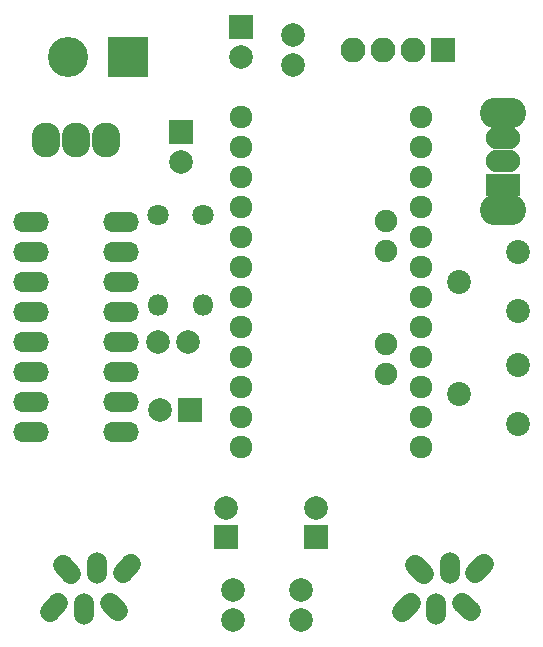
<source format=gbr>
G04 #@! TF.FileFunction,Soldermask,Bot*
%FSLAX46Y46*%
G04 Gerber Fmt 4.6, Leading zero omitted, Abs format (unit mm)*
G04 Created by KiCad (PCBNEW 4.0.2-stable) date 1/10/2018 5:31:38 PM*
%MOMM*%
G01*
G04 APERTURE LIST*
%ADD10C,0.100000*%
%ADD11C,1.924000*%
%ADD12C,1.900000*%
%ADD13C,1.670000*%
%ADD14O,1.670000X2.686000*%
%ADD15R,2.900000X1.900000*%
%ADD16O,2.900000X1.900000*%
%ADD17O,3.900000X2.600000*%
%ADD18O,3.041600X1.720800*%
%ADD19C,2.000000*%
%ADD20R,2.000000X2.000000*%
%ADD21C,1.800000*%
%ADD22O,1.800000X1.800000*%
%ADD23O,2.432000X2.940000*%
%ADD24R,3.400000X3.400000*%
%ADD25C,3.400000*%
%ADD26C,2.020000*%
%ADD27R,2.100000X2.100000*%
%ADD28O,2.100000X2.100000*%
G04 APERTURE END LIST*
D10*
D11*
X154305000Y-63500000D03*
X154305000Y-66040000D03*
X154305000Y-68580000D03*
X154305000Y-71120000D03*
X154305000Y-73660000D03*
X154305000Y-76200000D03*
X154305000Y-78740000D03*
X154305000Y-81280000D03*
X154305000Y-83820000D03*
X154305000Y-86360000D03*
X154305000Y-88900000D03*
X154305000Y-91440000D03*
X169545000Y-63500000D03*
X169545000Y-66040000D03*
X169545000Y-68580000D03*
X169545000Y-71120000D03*
X169545000Y-73660000D03*
X169545000Y-76200000D03*
X169545000Y-78740000D03*
X169545000Y-81280000D03*
X169545000Y-83820000D03*
X169545000Y-86360000D03*
X169545000Y-88900000D03*
X169545000Y-91440000D03*
D12*
X166624000Y-72263000D03*
X166624000Y-74803000D03*
X166624000Y-82677000D03*
X166624000Y-85217000D03*
D13*
X167968060Y-105346100D02*
X168686480Y-104627680D01*
X169804080Y-102161340D02*
X169085660Y-101442920D01*
D14*
X170860720Y-105102660D03*
X171988480Y-101627940D03*
D13*
X173750840Y-105310540D02*
X173032420Y-104592120D01*
X174152560Y-102069900D02*
X174870980Y-101351480D01*
D15*
X176530000Y-69215000D03*
D16*
X176530000Y-67215000D03*
X176530000Y-65215000D03*
D17*
X176530000Y-71315000D03*
X176530000Y-63115000D03*
D18*
X144145000Y-90170000D03*
X144145000Y-87630000D03*
X144145000Y-74930000D03*
X144145000Y-72390000D03*
X144145000Y-85090000D03*
X144145000Y-82550000D03*
X144145000Y-77470000D03*
X144145000Y-80010000D03*
X136525000Y-72390000D03*
X136525000Y-74930000D03*
X136525000Y-77470000D03*
X136525000Y-80010000D03*
X136525000Y-82550000D03*
X136525000Y-85090000D03*
X136525000Y-87630000D03*
X136525000Y-90170000D03*
D13*
X138123060Y-105346100D02*
X138841480Y-104627680D01*
X139959080Y-102161340D02*
X139240660Y-101442920D01*
D14*
X141015720Y-105102660D03*
X142143480Y-101627940D03*
D13*
X143905840Y-105310540D02*
X143187420Y-104592120D01*
X144307560Y-102069900D02*
X145025980Y-101351480D01*
D19*
X147320000Y-82550000D03*
X149820000Y-82550000D03*
D20*
X149225000Y-64770000D03*
D19*
X149225000Y-67270000D03*
D20*
X149987000Y-88265000D03*
D19*
X147487000Y-88265000D03*
D21*
X151130000Y-71755000D03*
D22*
X151130000Y-79375000D03*
D21*
X147320000Y-71755000D03*
D22*
X147320000Y-79375000D03*
D23*
X140335000Y-65405000D03*
X137795000Y-65405000D03*
X142875000Y-65405000D03*
D24*
X144780000Y-58420000D03*
D25*
X139700000Y-58420000D03*
D26*
X177800000Y-79930000D03*
X172800000Y-77430000D03*
X177800000Y-74930000D03*
X177800000Y-89455000D03*
X172800000Y-86955000D03*
X177800000Y-84455000D03*
D27*
X171450000Y-57785000D03*
D28*
X168910000Y-57785000D03*
X166370000Y-57785000D03*
X163830000Y-57785000D03*
D20*
X154305000Y-55880000D03*
D19*
X154305000Y-58380000D03*
X158750000Y-59055000D03*
X158750000Y-56555000D03*
D20*
X153035000Y-99060000D03*
D19*
X153035000Y-96560000D03*
D20*
X160655000Y-99060000D03*
D19*
X160655000Y-96560000D03*
X159385000Y-106045000D03*
X159385000Y-103545000D03*
X153670000Y-106045000D03*
X153670000Y-103545000D03*
M02*

</source>
